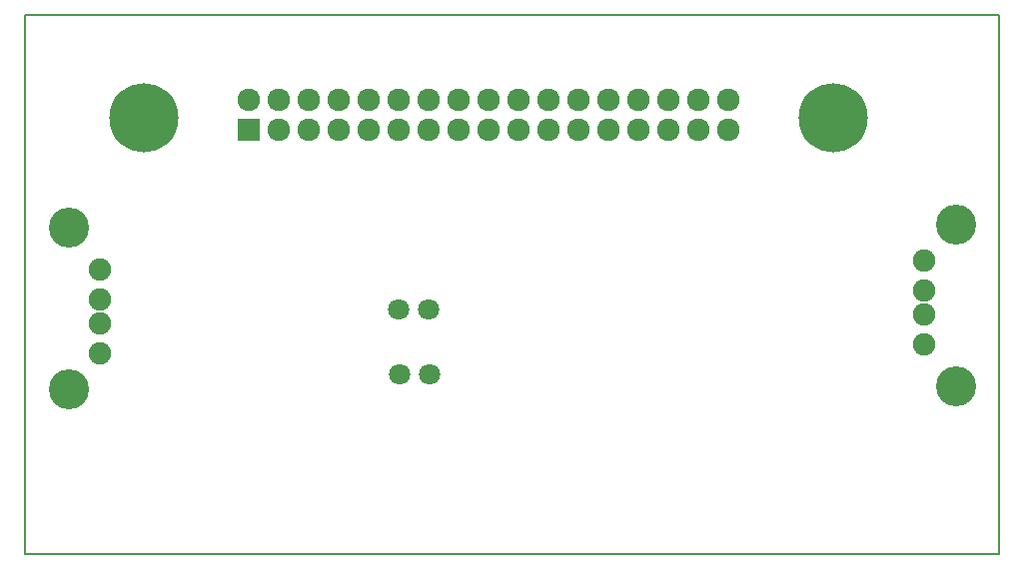
<source format=gbs>
G04 #@! TF.FileFunction,Soldermask,Bot*
%FSLAX46Y46*%
G04 Gerber Fmt 4.6, Leading zero omitted, Abs format (unit mm)*
G04 Created by KiCad (PCBNEW 4.0.2-4+6225~38~ubuntu14.04.1-stable) date Fri 25 Mar 2016 04:25:24 PM CET*
%MOMM*%
G01*
G04 APERTURE LIST*
%ADD10C,0.150000*%
%ADD11C,1.901140*%
%ADD12C,3.399740*%
%ADD13R,1.924000X1.924000*%
%ADD14C,1.924000*%
%ADD15C,5.861000*%
%ADD16C,1.797000*%
G04 APERTURE END LIST*
D10*
X219710000Y-93980000D02*
X137160000Y-93980000D01*
X219710000Y-139700000D02*
X219710000Y-93980000D01*
X137160000Y-139700000D02*
X219710000Y-139700000D01*
X137160000Y-93980000D02*
X137160000Y-139700000D01*
D11*
X143512120Y-122682860D03*
X143512120Y-120142860D03*
X143512120Y-118110860D03*
X143512120Y-115570860D03*
D12*
X140845120Y-125730860D03*
X140845120Y-112014860D03*
D11*
X213357880Y-114807140D03*
X213357880Y-117347140D03*
X213357880Y-119379140D03*
X213357880Y-121919140D03*
D12*
X216024880Y-111759140D03*
X216024880Y-125475140D03*
D13*
X156121100Y-103733600D03*
D14*
X156121100Y-101193600D03*
X158661100Y-103733600D03*
X158661100Y-101193600D03*
X161201100Y-103733600D03*
X161201100Y-101193600D03*
X163741100Y-103733600D03*
X163741100Y-101193600D03*
X166281100Y-103733600D03*
X166281100Y-101193600D03*
X168821100Y-103733600D03*
X168821100Y-101193600D03*
X171361100Y-103733600D03*
X171361100Y-101193600D03*
X173901100Y-103733600D03*
X173901100Y-101193600D03*
X176441100Y-103733600D03*
X176441100Y-101193600D03*
X178981100Y-103733600D03*
X178981100Y-101193600D03*
D15*
X147231100Y-102717600D03*
D14*
X181521100Y-103733600D03*
X181521100Y-101193600D03*
X184061100Y-103733600D03*
X184061100Y-101193600D03*
X186601100Y-103733600D03*
X186601100Y-101193600D03*
X189141100Y-103733600D03*
X189141100Y-101193600D03*
X191681100Y-103733600D03*
X191681100Y-101193600D03*
X194221100Y-103733600D03*
X194221100Y-101193600D03*
X196761100Y-103733600D03*
X196761100Y-101193600D03*
D15*
X205651100Y-102717600D03*
D16*
X168910000Y-124460000D03*
X171450000Y-124460000D03*
X168821100Y-118973600D03*
X171361100Y-118973600D03*
M02*

</source>
